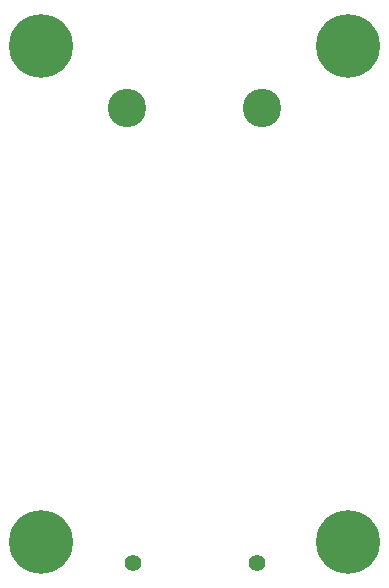
<source format=gbr>
%TF.GenerationSoftware,KiCad,Pcbnew,(7.0.0)*%
%TF.CreationDate,2024-01-22T21:47:18-08:00*%
%TF.ProjectId,M.E.S.S.I Basic,4d2e452e-532e-4532-9e49-204261736963,rev?*%
%TF.SameCoordinates,Original*%
%TF.FileFunction,Soldermask,Bot*%
%TF.FilePolarity,Negative*%
%FSLAX46Y46*%
G04 Gerber Fmt 4.6, Leading zero omitted, Abs format (unit mm)*
G04 Created by KiCad (PCBNEW (7.0.0)) date 2024-01-22 21:47:18*
%MOMM*%
%LPD*%
G01*
G04 APERTURE LIST*
%ADD10C,0.800000*%
%ADD11C,5.400000*%
%ADD12C,1.397000*%
%ADD13C,3.250000*%
G04 APERTURE END LIST*
D10*
%TO.C,H1*%
X123000000Y-55025000D03*
X121568109Y-54431891D03*
X124431891Y-54431891D03*
X120975000Y-53000000D03*
D11*
X123000000Y-53000000D03*
D10*
X125025000Y-53000000D03*
X121568109Y-51568109D03*
X124431891Y-51568109D03*
X123000000Y-50975000D03*
%TD*%
%TO.C,H2*%
X94975000Y-53000000D03*
X95568109Y-51568109D03*
X95568109Y-54431891D03*
X97000000Y-50975000D03*
D11*
X97000000Y-53000000D03*
D10*
X97000000Y-55025000D03*
X98431891Y-51568109D03*
X98431891Y-54431891D03*
X99025000Y-53000000D03*
%TD*%
%TO.C,H3*%
X94975000Y-95000000D03*
X95568109Y-93568109D03*
X95568109Y-96431891D03*
X97000000Y-92975000D03*
D11*
X97000000Y-95000000D03*
D10*
X97000000Y-97025000D03*
X98431891Y-93568109D03*
X98431891Y-96431891D03*
X99025000Y-95000000D03*
%TD*%
%TO.C,H4*%
X120975000Y-95000000D03*
X121568109Y-93568109D03*
X121568109Y-96431891D03*
X123000000Y-92975000D03*
D11*
X123000000Y-95000000D03*
D10*
X123000000Y-97025000D03*
X124431891Y-93568109D03*
X124431891Y-96431891D03*
X125025000Y-95000000D03*
%TD*%
D12*
%TO.C,J1*%
X104750000Y-96804621D03*
X115250000Y-96804621D03*
%TD*%
D13*
%TO.C,J2*%
X115715000Y-58250000D03*
X104285000Y-58250000D03*
%TD*%
M02*

</source>
